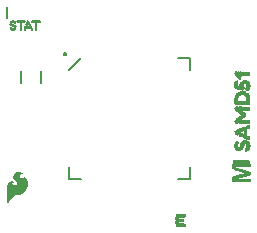
<source format=gto>
G04 EAGLE Gerber RS-274X export*
G75*
%MOMM*%
%FSLAX34Y34*%
%LPD*%
%INSilkscreen Top*%
%IPPOS*%
%AMOC8*
5,1,8,0,0,1.08239X$1,22.5*%
G01*
%ADD10C,0.203200*%
%ADD11R,0.640000X0.040000*%
%ADD12R,0.800000X0.040000*%
%ADD13R,0.840000X0.040000*%
%ADD14R,0.280000X0.040000*%
%ADD15R,0.600000X0.040000*%
%ADD16R,0.680000X0.040000*%
%ADD17R,0.760000X0.040000*%
%ADD18R,0.050000X0.350000*%
%ADD19R,0.050000X0.050000*%
%ADD20R,0.050000X0.450000*%
%ADD21R,0.050000X0.550000*%
%ADD22R,0.050000X0.250000*%
%ADD23R,0.050000X0.300000*%
%ADD24R,0.050000X0.750000*%
%ADD25R,0.050000X0.700000*%
%ADD26R,0.050000X0.850000*%
%ADD27R,0.050000X0.800000*%
%ADD28R,0.050000X0.400000*%
%ADD29R,0.050000X0.900000*%
%ADD30R,0.050000X0.950000*%
%ADD31R,0.050000X0.500000*%
%ADD32R,0.050000X1.000000*%
%ADD33R,0.050000X1.050000*%
%ADD34R,0.050000X0.200000*%
%ADD35R,0.050000X0.600000*%
%ADD36R,0.050000X0.650000*%
%ADD37R,0.050000X1.450000*%
%ADD38R,0.060000X0.700000*%
%ADD39R,0.060000X0.350000*%
%ADD40R,0.060000X0.550000*%
%ADD41R,0.060000X0.300000*%
%ADD42R,0.060000X0.800000*%
%ADD43R,0.050000X1.100000*%
%ADD44R,0.050000X0.150000*%
%ADD45R,0.060000X1.200000*%
%ADD46R,0.060000X1.050000*%
%ADD47R,0.060000X0.250000*%
%ADD48R,0.060000X0.400000*%
%ADD49R,0.050000X1.200000*%
%ADD50R,0.060000X0.650000*%
%ADD51R,0.050000X0.100000*%
%ADD52R,0.210000X0.030000*%
%ADD53R,0.660000X0.030000*%
%ADD54R,0.030000X0.030000*%
%ADD55R,0.330000X0.040000*%
%ADD56R,0.750000X0.040000*%
%ADD57R,0.150000X0.040000*%
%ADD58R,0.780000X0.040000*%
%ADD59R,0.420000X0.030000*%
%ADD60R,0.780000X0.030000*%
%ADD61R,0.180000X0.030000*%
%ADD62R,0.450000X0.030000*%
%ADD63R,0.510000X0.030000*%
%ADD64R,0.750000X0.030000*%
%ADD65R,0.240000X0.030000*%
%ADD66R,0.480000X0.040000*%
%ADD67R,0.720000X0.040000*%
%ADD68R,0.270000X0.040000*%
%ADD69R,0.300000X0.030000*%
%ADD70R,0.120000X0.030000*%
%ADD71R,0.330000X0.030000*%
%ADD72R,0.360000X0.030000*%
%ADD73R,0.240000X0.040000*%
%ADD74R,0.210000X0.040000*%
%ADD75R,0.390000X0.040000*%
%ADD76R,0.180000X0.040000*%
%ADD77R,0.390000X0.030000*%
%ADD78R,0.600000X0.030000*%
%ADD79R,0.630000X0.040000*%
%ADD80R,0.090000X0.030000*%
%ADD81R,0.150000X0.030000*%
%ADD82R,0.690000X0.030000*%
%ADD83R,0.720000X0.030000*%
%ADD84R,0.570000X0.040000*%
%ADD85R,0.540000X0.030000*%
%ADD86R,0.270000X0.030000*%

G36*
X6859Y47371D02*
X6859Y47371D01*
X6921Y47373D01*
X6943Y47386D01*
X6969Y47390D01*
X7040Y47438D01*
X7073Y47456D01*
X7079Y47464D01*
X7089Y47471D01*
X7589Y47971D01*
X7608Y48002D01*
X7646Y48044D01*
X7922Y48504D01*
X8389Y48971D01*
X8397Y48984D01*
X8412Y48997D01*
X8901Y49583D01*
X10089Y50771D01*
X10096Y50782D01*
X10109Y50793D01*
X11299Y52182D01*
X12256Y53138D01*
X13154Y53677D01*
X13651Y53760D01*
X15520Y53760D01*
X15546Y53766D01*
X15583Y53765D01*
X16783Y53965D01*
X16798Y53972D01*
X16820Y53973D01*
X17920Y54273D01*
X17937Y54282D01*
X17961Y54287D01*
X18961Y54687D01*
X18983Y54702D01*
X19016Y54714D01*
X20016Y55314D01*
X20036Y55334D01*
X20070Y55354D01*
X20870Y56054D01*
X20877Y56063D01*
X20889Y56071D01*
X21689Y56871D01*
X21700Y56889D01*
X21720Y56907D01*
X22420Y57807D01*
X22431Y57830D01*
X22452Y57855D01*
X23452Y59655D01*
X23463Y59691D01*
X23488Y59743D01*
X23988Y61643D01*
X23989Y61675D01*
X24000Y61718D01*
X24100Y63418D01*
X24093Y63454D01*
X24094Y63510D01*
X23794Y65110D01*
X23785Y65131D01*
X23781Y65160D01*
X23281Y66660D01*
X23262Y66691D01*
X23241Y66744D01*
X22541Y67844D01*
X22522Y67863D01*
X22504Y67893D01*
X22279Y68146D01*
X21941Y68526D01*
X21704Y68793D01*
X21672Y68815D01*
X21622Y68862D01*
X20822Y69362D01*
X20792Y69373D01*
X20772Y69387D01*
X20737Y69393D01*
X20692Y69413D01*
X20675Y69413D01*
X20658Y69418D01*
X20626Y69414D01*
X20620Y69414D01*
X20612Y69412D01*
X20589Y69409D01*
X20519Y69407D01*
X20504Y69398D01*
X20486Y69396D01*
X20456Y69376D01*
X20451Y69375D01*
X20437Y69363D01*
X20428Y69357D01*
X20367Y69324D01*
X20357Y69309D01*
X20342Y69299D01*
X20326Y69271D01*
X20318Y69265D01*
X20304Y69234D01*
X20267Y69182D01*
X20264Y69163D01*
X20256Y69149D01*
X20254Y69123D01*
X20247Y69106D01*
X20248Y69081D01*
X20240Y69040D01*
X20240Y68202D01*
X20168Y67986D01*
X20108Y67865D01*
X19915Y67672D01*
X19758Y67620D01*
X19567Y67620D01*
X18853Y67799D01*
X18511Y67970D01*
X18240Y68151D01*
X17870Y68428D01*
X17316Y68982D01*
X16973Y69496D01*
X16900Y69787D01*
X16900Y70278D01*
X16972Y70494D01*
X17050Y70649D01*
X17200Y70875D01*
X17521Y71115D01*
X17844Y71277D01*
X18295Y71367D01*
X18302Y71371D01*
X18312Y71371D01*
X18667Y71460D01*
X19130Y71460D01*
X19250Y71400D01*
X19265Y71396D01*
X19278Y71387D01*
X19412Y71361D01*
X19419Y71360D01*
X19420Y71360D01*
X19520Y71360D01*
X19545Y71366D01*
X19571Y71363D01*
X19629Y71385D01*
X19689Y71399D01*
X19709Y71416D01*
X19733Y71425D01*
X19775Y71470D01*
X19822Y71509D01*
X19833Y71533D01*
X19850Y71552D01*
X19868Y71611D01*
X19893Y71668D01*
X19892Y71693D01*
X19900Y71718D01*
X19889Y71779D01*
X19887Y71841D01*
X19874Y71863D01*
X19870Y71889D01*
X19822Y71960D01*
X19804Y71993D01*
X19796Y71999D01*
X19789Y72009D01*
X19689Y72109D01*
X19669Y72121D01*
X19648Y72144D01*
X19248Y72444D01*
X19222Y72456D01*
X19190Y72480D01*
X17790Y73180D01*
X17778Y73183D01*
X17769Y73189D01*
X17740Y73195D01*
X17703Y73211D01*
X16803Y73411D01*
X16769Y73411D01*
X16720Y73420D01*
X15720Y73420D01*
X15692Y73414D01*
X15652Y73414D01*
X14552Y73214D01*
X14517Y73199D01*
X14460Y73181D01*
X14445Y73177D01*
X14442Y73175D01*
X14438Y73174D01*
X13338Y72574D01*
X13318Y72556D01*
X13287Y72540D01*
X12387Y71840D01*
X12367Y71816D01*
X12298Y71742D01*
X11798Y70942D01*
X11786Y70908D01*
X11759Y70860D01*
X11459Y69960D01*
X11456Y69923D01*
X11440Y69840D01*
X11440Y69040D01*
X11447Y69007D01*
X11449Y68958D01*
X11649Y68058D01*
X11666Y68022D01*
X11688Y67955D01*
X12188Y67055D01*
X12210Y67031D01*
X12234Y66990D01*
X12934Y66190D01*
X12935Y66189D01*
X12936Y66187D01*
X13736Y65287D01*
X13744Y65282D01*
X13751Y65271D01*
X14393Y64629D01*
X14640Y63971D01*
X14640Y63402D01*
X14481Y62925D01*
X14160Y62524D01*
X13664Y62193D01*
X12973Y62020D01*
X12258Y62020D01*
X11829Y62106D01*
X11434Y62264D01*
X10916Y62782D01*
X10765Y63009D01*
X10700Y63202D01*
X10700Y63478D01*
X10752Y63635D01*
X11225Y64108D01*
X11440Y64179D01*
X11460Y64192D01*
X11490Y64200D01*
X11890Y64400D01*
X11919Y64424D01*
X11989Y64471D01*
X12089Y64571D01*
X12102Y64592D01*
X12121Y64608D01*
X12147Y64665D01*
X12180Y64718D01*
X12183Y64743D01*
X12193Y64766D01*
X12191Y64829D01*
X12197Y64891D01*
X12188Y64914D01*
X12187Y64939D01*
X12157Y64994D01*
X12135Y65053D01*
X12117Y65070D01*
X12105Y65092D01*
X12035Y65146D01*
X12008Y65170D01*
X11999Y65173D01*
X11990Y65180D01*
X11590Y65380D01*
X11575Y65384D01*
X11562Y65393D01*
X11428Y65419D01*
X11422Y65420D01*
X11421Y65420D01*
X11420Y65420D01*
X10220Y65420D01*
X10194Y65414D01*
X10158Y65415D01*
X9558Y65315D01*
X9552Y65313D01*
X9545Y65313D01*
X9045Y65213D01*
X9019Y65201D01*
X8979Y65193D01*
X8479Y64993D01*
X8448Y64971D01*
X8392Y64944D01*
X7992Y64644D01*
X7988Y64640D01*
X7982Y64637D01*
X7482Y64237D01*
X7465Y64214D01*
X7394Y64136D01*
X6794Y63136D01*
X6782Y63100D01*
X6754Y63044D01*
X6554Y62344D01*
X6553Y62319D01*
X6543Y62287D01*
X6443Y61487D01*
X6445Y61466D01*
X6440Y61440D01*
X6440Y47740D01*
X6446Y47715D01*
X6443Y47689D01*
X6465Y47632D01*
X6479Y47571D01*
X6496Y47551D01*
X6505Y47527D01*
X6550Y47485D01*
X6589Y47438D01*
X6613Y47427D01*
X6632Y47410D01*
X6691Y47392D01*
X6748Y47367D01*
X6773Y47368D01*
X6798Y47360D01*
X6859Y47371D01*
G37*
G36*
X203749Y64517D02*
X203749Y64517D01*
X203750Y64516D01*
X203751Y64517D01*
X203761Y64517D01*
X203763Y64514D01*
X212146Y64520D01*
X212164Y64534D01*
X212177Y64531D01*
X212570Y64841D01*
X212577Y64869D01*
X212589Y64876D01*
X212631Y65394D01*
X212629Y65397D01*
X212631Y65398D01*
X212631Y66970D01*
X212621Y66983D01*
X212626Y66993D01*
X212397Y67440D01*
X212368Y67454D01*
X212362Y67466D01*
X211857Y67560D01*
X211851Y67557D01*
X211848Y67561D01*
X206085Y67559D01*
X206084Y67559D01*
X203989Y67534D01*
X203978Y67526D01*
X203971Y67535D01*
X203273Y67518D01*
X201681Y67473D01*
X200090Y67408D01*
X200089Y67407D01*
X200089Y67408D01*
X199249Y67356D01*
X199425Y67452D01*
X200974Y67789D01*
X200975Y67790D01*
X200975Y67789D01*
X203560Y68390D01*
X203577Y68411D01*
X203579Y68411D01*
X203591Y68413D01*
X203594Y68416D01*
X203604Y68408D01*
X204189Y68555D01*
X207803Y69445D01*
X210894Y70237D01*
X211922Y70509D01*
X211925Y70512D01*
X211927Y70511D01*
X212418Y70699D01*
X212433Y70723D01*
X212446Y70727D01*
X212629Y71204D01*
X212625Y71217D01*
X212632Y71222D01*
X212632Y72817D01*
X212630Y72819D01*
X212632Y72821D01*
X212589Y73346D01*
X212570Y73368D01*
X212570Y73381D01*
X212164Y73696D01*
X212151Y73696D01*
X212148Y73704D01*
X208068Y74909D01*
X208067Y74908D01*
X208067Y74909D01*
X203967Y76043D01*
X203963Y76041D01*
X201062Y76772D01*
X201061Y76772D01*
X199520Y77133D01*
X199284Y77226D01*
X199540Y77244D01*
X201652Y77192D01*
X203763Y77165D01*
X203765Y77167D01*
X211893Y77143D01*
X211900Y77149D01*
X211905Y77145D01*
X212405Y77268D01*
X212426Y77294D01*
X212439Y77297D01*
X212629Y77769D01*
X212629Y77770D01*
X212626Y77783D01*
X212633Y77788D01*
X212633Y79375D01*
X212632Y79376D01*
X212633Y79377D01*
X212612Y79904D01*
X212596Y79924D01*
X212598Y79937D01*
X212242Y80298D01*
X212222Y80301D01*
X212216Y80312D01*
X211741Y80408D01*
X211633Y80865D01*
X211633Y82446D01*
X211630Y82450D01*
X211633Y82451D01*
X211579Y82974D01*
X211563Y82991D01*
X211565Y83004D01*
X211198Y83366D01*
X211175Y83369D01*
X211168Y83380D01*
X210646Y83431D01*
X210643Y83429D01*
X210641Y83431D01*
X204291Y83431D01*
X204291Y83430D01*
X204290Y83431D01*
X203762Y83417D01*
X203755Y83411D01*
X203752Y83414D01*
X203747Y83409D01*
X203742Y83415D01*
X201457Y83411D01*
X201444Y83401D01*
X201434Y83405D01*
X200980Y83162D01*
X200969Y83138D01*
X200956Y83133D01*
X200803Y82640D01*
X200807Y82630D01*
X200801Y82625D01*
X200791Y80540D01*
X200417Y80323D01*
X199993Y80458D01*
X199947Y80943D01*
X199947Y82526D01*
X199943Y82532D01*
X199946Y82535D01*
X199850Y83047D01*
X199831Y83064D01*
X199831Y83077D01*
X199419Y83385D01*
X199397Y83385D01*
X199390Y83395D01*
X198335Y83416D01*
X198323Y83408D01*
X198315Y83412D01*
X197839Y83213D01*
X197826Y83190D01*
X197813Y83186D01*
X197616Y82710D01*
X197620Y82696D01*
X197612Y82691D01*
X197611Y80599D01*
X197276Y80311D01*
X196827Y80089D01*
X196816Y80068D01*
X196807Y80061D01*
X196809Y80058D01*
X196800Y80054D01*
X196706Y79545D01*
X196709Y79539D01*
X196705Y79536D01*
X196705Y76364D01*
X196707Y76362D01*
X196706Y76361D01*
X196742Y75837D01*
X196760Y75816D01*
X196759Y75803D01*
X197151Y75475D01*
X197165Y75475D01*
X197168Y75466D01*
X200195Y74519D01*
X200195Y74518D01*
X202724Y73750D01*
X202727Y73751D01*
X202728Y73749D01*
X203192Y73648D01*
X203193Y73648D01*
X203703Y73548D01*
X203732Y73562D01*
X203747Y73541D01*
X203749Y73537D01*
X204238Y73372D01*
X204240Y73373D01*
X204241Y73371D01*
X206290Y72802D01*
X206291Y72802D01*
X207323Y72543D01*
X207324Y72543D01*
X207325Y72542D01*
X208145Y72369D01*
X205295Y71722D01*
X205294Y71722D01*
X204261Y71469D01*
X204259Y71468D01*
X204258Y71469D01*
X203749Y71316D01*
X203732Y71292D01*
X203729Y71295D01*
X203720Y71286D01*
X203710Y71294D01*
X200994Y70582D01*
X200994Y70581D01*
X198438Y69867D01*
X198437Y69866D01*
X197419Y69566D01*
X197415Y69561D01*
X197411Y69563D01*
X196945Y69330D01*
X196934Y69307D01*
X196930Y69304D01*
X196931Y69303D01*
X196919Y69297D01*
X196795Y68797D01*
X196799Y68789D01*
X196794Y68786D01*
X196797Y65070D01*
X196808Y65055D01*
X196804Y65045D01*
X197060Y64607D01*
X197089Y64595D01*
X197096Y64583D01*
X197614Y64514D01*
X197618Y64516D01*
X197621Y64514D01*
X203749Y64517D01*
G37*
D10*
X35170Y158670D02*
X35170Y148670D01*
X18170Y148670D02*
X18170Y158670D01*
X6477Y203518D02*
X6477Y213043D01*
D11*
X153300Y36950D03*
D12*
X153300Y36550D03*
D13*
X153100Y36150D03*
X153100Y35750D03*
X153100Y35350D03*
X153100Y34950D03*
D12*
X152900Y34550D03*
D14*
X150300Y34150D03*
X150300Y33750D03*
X150300Y33350D03*
D15*
X151900Y32950D03*
D16*
X152300Y32550D03*
X152300Y32150D03*
X152300Y31750D03*
X152300Y31350D03*
X152300Y30950D03*
D11*
X152100Y30550D03*
D14*
X150300Y30150D03*
X150300Y29750D03*
X150300Y29350D03*
D17*
X152700Y28950D03*
D13*
X153100Y28550D03*
X153100Y28150D03*
X153100Y27750D03*
X153100Y27350D03*
X153100Y26950D03*
D17*
X153100Y26550D03*
D18*
X199190Y95490D03*
D19*
X199190Y106990D03*
X199190Y115990D03*
X199190Y126990D03*
D20*
X199190Y133490D03*
D21*
X199190Y146990D03*
D19*
X199190Y156490D03*
D21*
X199690Y95490D03*
D22*
X199690Y106990D03*
X199690Y115990D03*
D23*
X199690Y126740D03*
D24*
X199690Y133990D03*
D25*
X199690Y147240D03*
D23*
X199690Y156740D03*
D25*
X200190Y95240D03*
D23*
X200190Y106740D03*
D18*
X200190Y115990D03*
X200190Y126990D03*
D26*
X200190Y134490D03*
D24*
X200190Y146990D03*
D18*
X200190Y156490D03*
D27*
X200690Y95240D03*
D18*
X200690Y106990D03*
D28*
X200690Y116240D03*
X200690Y126740D03*
D29*
X200690Y134740D03*
D24*
X200690Y146990D03*
D28*
X200690Y156240D03*
D26*
X201190Y95490D03*
D28*
X201190Y106740D03*
D20*
X201190Y116490D03*
X201190Y126490D03*
D30*
X201190Y134990D03*
D24*
X201190Y146990D03*
D20*
X201190Y155990D03*
D26*
X201690Y94990D03*
D20*
X201690Y106990D03*
D31*
X201690Y116740D03*
X201690Y126240D03*
D32*
X201690Y135240D03*
D27*
X201690Y146740D03*
D31*
X201690Y155740D03*
D28*
X202190Y92740D03*
D23*
X202190Y97740D03*
D31*
X202190Y106740D03*
X202190Y116740D03*
X202190Y126240D03*
D33*
X202190Y135490D03*
D24*
X202190Y146490D03*
D21*
X202190Y155490D03*
D18*
X202690Y92490D03*
D34*
X202690Y97740D03*
D21*
X202690Y106990D03*
X202690Y116990D03*
X202690Y125990D03*
D23*
X202690Y131740D03*
D20*
X202690Y138490D03*
D18*
X202690Y144490D03*
D35*
X202690Y155240D03*
D18*
X203190Y92490D03*
D35*
X203190Y106740D03*
X203190Y117240D03*
X203190Y125740D03*
D23*
X203190Y131740D03*
D28*
X203190Y139240D03*
D18*
X203190Y144490D03*
D36*
X203190Y154990D03*
D18*
X203690Y92490D03*
D36*
X203690Y106990D03*
X203690Y117490D03*
X203690Y125490D03*
D23*
X203690Y131740D03*
D18*
X203690Y139490D03*
D20*
X203690Y144990D03*
D36*
X203690Y154990D03*
D31*
X204190Y93240D03*
D25*
X204190Y106740D03*
D36*
X204190Y117490D03*
X204190Y125490D03*
D23*
X204190Y131740D03*
D28*
X204190Y139740D03*
D35*
X204190Y145740D03*
D36*
X204190Y154990D03*
X204690Y94490D03*
D24*
X204690Y106990D03*
D25*
X204690Y117740D03*
X204690Y125240D03*
D23*
X204690Y131740D03*
D18*
X204690Y139990D03*
D36*
X204690Y145990D03*
D35*
X204690Y155240D03*
D24*
X205190Y94990D03*
D28*
X205190Y104740D03*
D18*
X205190Y108990D03*
D37*
X205190Y121490D03*
D23*
X205190Y131740D03*
D18*
X205190Y139990D03*
D24*
X205190Y146490D03*
D19*
X205190Y153490D03*
D18*
X205190Y156490D03*
D24*
X205690Y95490D03*
D18*
X205690Y104490D03*
D28*
X205690Y109240D03*
D18*
X205690Y115990D03*
D36*
X205690Y121490D03*
D18*
X205690Y126990D03*
D23*
X205690Y131740D03*
D18*
X205690Y139990D03*
D27*
X205690Y146240D03*
D18*
X205690Y156490D03*
D24*
X206190Y95990D03*
D28*
X206190Y104240D03*
D18*
X206190Y109490D03*
X206190Y115990D03*
D35*
X206190Y121240D03*
D18*
X206190Y126990D03*
D23*
X206190Y131740D03*
D18*
X206190Y139990D03*
D26*
X206190Y146490D03*
D18*
X206190Y156490D03*
D38*
X206740Y96740D03*
D39*
X206740Y103990D03*
X206740Y109490D03*
X206740Y115990D03*
D40*
X206740Y121490D03*
D39*
X206740Y126990D03*
D41*
X206740Y131740D03*
D39*
X206740Y139990D03*
D42*
X206740Y146740D03*
D39*
X206740Y156490D03*
D31*
X207290Y97740D03*
D32*
X207290Y106740D03*
D18*
X207290Y115990D03*
D20*
X207290Y121490D03*
D18*
X207290Y126990D03*
D23*
X207290Y131740D03*
D18*
X207290Y139990D03*
D22*
X207290Y144490D03*
D28*
X207290Y149240D03*
D18*
X207290Y156490D03*
X207790Y98490D03*
D32*
X207790Y106740D03*
D18*
X207790Y115990D03*
X207790Y121490D03*
X207790Y126990D03*
D23*
X207790Y131740D03*
D18*
X207790Y139490D03*
D19*
X207790Y144490D03*
D18*
X207790Y149490D03*
X207790Y156490D03*
D34*
X208190Y92240D03*
D18*
X208190Y98490D03*
D43*
X208190Y106740D03*
D18*
X208190Y115990D03*
X208190Y121490D03*
X208190Y126990D03*
D23*
X208190Y131740D03*
D28*
X208190Y139240D03*
D18*
X208190Y149490D03*
X208190Y156490D03*
D23*
X208690Y92240D03*
D18*
X208690Y98490D03*
D43*
X208690Y106740D03*
D18*
X208690Y115990D03*
D22*
X208690Y121490D03*
D18*
X208690Y126990D03*
D23*
X208690Y131740D03*
D20*
X208690Y138990D03*
D44*
X208690Y143990D03*
D18*
X208690Y149490D03*
X208690Y156490D03*
D39*
X209240Y92490D03*
X209240Y98490D03*
D45*
X209240Y106740D03*
D39*
X209240Y115990D03*
X209240Y126990D03*
D46*
X209240Y135490D03*
D47*
X209240Y143990D03*
D48*
X209240Y149240D03*
D39*
X209240Y156490D03*
D30*
X209790Y95490D03*
D49*
X209790Y106740D03*
D18*
X209790Y115990D03*
X209790Y126990D03*
D32*
X209790Y135240D03*
D26*
X209790Y146490D03*
D18*
X209790Y156490D03*
D29*
X210290Y95240D03*
D28*
X210290Y102240D03*
X210290Y111240D03*
D18*
X210290Y115990D03*
X210290Y126990D03*
D32*
X210290Y135240D03*
D26*
X210290Y146490D03*
D18*
X210290Y156490D03*
D26*
X210690Y95490D03*
D18*
X210690Y101990D03*
X210690Y111490D03*
X210690Y115990D03*
X210690Y126990D03*
D30*
X210690Y134990D03*
D27*
X210690Y146240D03*
D18*
X210690Y156490D03*
D24*
X211190Y95490D03*
D18*
X211190Y101990D03*
D28*
X211190Y111740D03*
D18*
X211190Y115990D03*
X211190Y126990D03*
D26*
X211190Y134490D03*
D24*
X211190Y146490D03*
D18*
X211190Y156490D03*
D50*
X211740Y95490D03*
D41*
X211740Y101740D03*
X211740Y111740D03*
D39*
X211740Y115990D03*
X211740Y126990D03*
D42*
X211740Y134240D03*
D50*
X211740Y146490D03*
D39*
X211740Y156490D03*
D20*
X212290Y95490D03*
D22*
X212290Y101990D03*
X212290Y111490D03*
X212290Y115990D03*
X212290Y126990D03*
D25*
X212290Y133740D03*
D20*
X212290Y146490D03*
D22*
X212290Y156490D03*
D51*
X212790Y95240D03*
D44*
X212790Y146490D03*
D52*
X11320Y200800D03*
D53*
X17770Y200800D03*
D54*
X24220Y200800D03*
D53*
X30370Y200800D03*
D55*
X11320Y200450D03*
D56*
X17920Y200450D03*
D57*
X24220Y200450D03*
D58*
X30370Y200450D03*
D59*
X11470Y200100D03*
D60*
X17770Y200100D03*
D61*
X24370Y200100D03*
D60*
X30370Y200100D03*
D62*
X11320Y199900D03*
D60*
X17770Y199900D03*
D52*
X24220Y199900D03*
D60*
X30370Y199900D03*
D63*
X11320Y199600D03*
D64*
X17920Y199600D03*
D65*
X24370Y199600D03*
D60*
X30370Y199600D03*
D66*
X11170Y199250D03*
D67*
X17770Y199250D03*
D68*
X24220Y199250D03*
D67*
X30370Y199250D03*
D65*
X9670Y198900D03*
D61*
X12670Y198900D03*
D52*
X17920Y198900D03*
D69*
X24370Y198900D03*
D61*
X30370Y198900D03*
D52*
X9520Y198700D03*
D70*
X12670Y198700D03*
D52*
X17920Y198700D03*
D71*
X24220Y198700D03*
D61*
X30370Y198700D03*
D52*
X9520Y198400D03*
X17920Y198400D03*
D72*
X24370Y198400D03*
D61*
X30370Y198400D03*
D73*
X9670Y198050D03*
D74*
X17920Y198050D03*
D75*
X24220Y198050D03*
D76*
X30370Y198050D03*
D69*
X9970Y197700D03*
D52*
X17920Y197700D03*
D59*
X24370Y197700D03*
D61*
X30370Y197700D03*
D77*
X10720Y197400D03*
D52*
X17920Y197400D03*
D62*
X24220Y197400D03*
D61*
X30370Y197400D03*
D62*
X11020Y197200D03*
D52*
X17920Y197200D03*
X23020Y197200D03*
D65*
X25570Y197200D03*
D61*
X30370Y197200D03*
D66*
X11470Y196850D03*
D74*
X17920Y196850D03*
D73*
X22870Y196850D03*
D74*
X25720Y196850D03*
D76*
X30370Y196850D03*
D59*
X11770Y196500D03*
D52*
X17920Y196500D03*
X22720Y196500D03*
D65*
X25870Y196500D03*
D61*
X30370Y196500D03*
D77*
X12220Y196300D03*
D52*
X17920Y196300D03*
D65*
X22570Y196300D03*
D52*
X26020Y196300D03*
D61*
X30370Y196300D03*
D69*
X12670Y196000D03*
D52*
X17920Y196000D03*
D78*
X24370Y196000D03*
D61*
X30370Y196000D03*
D74*
X13120Y195650D03*
X17920Y195650D03*
D79*
X24220Y195650D03*
D76*
X30370Y195650D03*
D80*
X9520Y195300D03*
D52*
X13120Y195300D03*
X17920Y195300D03*
D53*
X24370Y195300D03*
D61*
X30370Y195300D03*
D81*
X9520Y195000D03*
D52*
X13120Y195000D03*
X17920Y195000D03*
D82*
X24220Y195000D03*
D61*
X30370Y195000D03*
D52*
X9520Y194800D03*
X13120Y194800D03*
X17920Y194800D03*
D83*
X24370Y194800D03*
D61*
X30370Y194800D03*
D84*
X11320Y194450D03*
D74*
X17920Y194450D03*
D56*
X24220Y194450D03*
D76*
X30370Y194450D03*
D85*
X11170Y194100D03*
D52*
X17920Y194100D03*
X21520Y194100D03*
D65*
X27070Y194100D03*
D61*
X30370Y194100D03*
D63*
X11320Y193900D03*
D52*
X17920Y193900D03*
X21520Y193900D03*
X27220Y193900D03*
D61*
X30370Y193900D03*
D62*
X11320Y193600D03*
D61*
X17770Y193600D03*
D52*
X21220Y193600D03*
X27220Y193600D03*
D61*
X30370Y193600D03*
D75*
X11320Y193250D03*
D76*
X17770Y193250D03*
X21370Y193250D03*
X27370Y193250D03*
X30370Y193250D03*
D86*
X11320Y192900D03*
D81*
X17920Y192900D03*
D70*
X21370Y192900D03*
D81*
X27220Y192900D03*
D70*
X30370Y192900D03*
D54*
X11320Y192600D03*
D10*
X151000Y169500D02*
X161000Y169500D01*
X161000Y159500D01*
X161000Y77500D02*
X161000Y67500D01*
X151000Y67500D01*
X59000Y159500D02*
X69000Y169500D01*
X59000Y77500D02*
X59000Y67500D01*
X69000Y67500D01*
X54374Y173110D02*
X54376Y173173D01*
X54382Y173236D01*
X54392Y173299D01*
X54405Y173360D01*
X54423Y173421D01*
X54444Y173480D01*
X54469Y173539D01*
X54497Y173595D01*
X54529Y173650D01*
X54564Y173702D01*
X54603Y173752D01*
X54644Y173800D01*
X54689Y173845D01*
X54736Y173887D01*
X54785Y173926D01*
X54837Y173962D01*
X54891Y173995D01*
X54947Y174024D01*
X55005Y174050D01*
X55064Y174072D01*
X55124Y174091D01*
X55186Y174105D01*
X55248Y174116D01*
X55311Y174123D01*
X55374Y174126D01*
X55437Y174125D01*
X55500Y174120D01*
X55563Y174111D01*
X55625Y174098D01*
X55686Y174082D01*
X55746Y174062D01*
X55804Y174038D01*
X55861Y174010D01*
X55916Y173979D01*
X55969Y173945D01*
X56020Y173907D01*
X56068Y173866D01*
X56114Y173823D01*
X56157Y173776D01*
X56197Y173727D01*
X56234Y173676D01*
X56267Y173623D01*
X56297Y173567D01*
X56324Y173510D01*
X56347Y173451D01*
X56366Y173391D01*
X56382Y173329D01*
X56394Y173267D01*
X56402Y173205D01*
X56406Y173142D01*
X56406Y173078D01*
X56402Y173015D01*
X56394Y172953D01*
X56382Y172891D01*
X56366Y172829D01*
X56347Y172769D01*
X56324Y172710D01*
X56297Y172653D01*
X56267Y172597D01*
X56234Y172544D01*
X56197Y172493D01*
X56157Y172444D01*
X56114Y172397D01*
X56068Y172354D01*
X56020Y172313D01*
X55969Y172275D01*
X55916Y172241D01*
X55861Y172210D01*
X55804Y172182D01*
X55746Y172158D01*
X55686Y172138D01*
X55625Y172122D01*
X55563Y172109D01*
X55500Y172100D01*
X55437Y172095D01*
X55374Y172094D01*
X55311Y172097D01*
X55248Y172104D01*
X55186Y172115D01*
X55124Y172129D01*
X55064Y172148D01*
X55005Y172170D01*
X54947Y172196D01*
X54891Y172225D01*
X54837Y172258D01*
X54785Y172294D01*
X54736Y172333D01*
X54689Y172375D01*
X54644Y172420D01*
X54603Y172468D01*
X54564Y172518D01*
X54529Y172570D01*
X54497Y172625D01*
X54469Y172681D01*
X54444Y172740D01*
X54423Y172799D01*
X54405Y172860D01*
X54392Y172921D01*
X54382Y172984D01*
X54376Y173047D01*
X54374Y173110D01*
M02*

</source>
